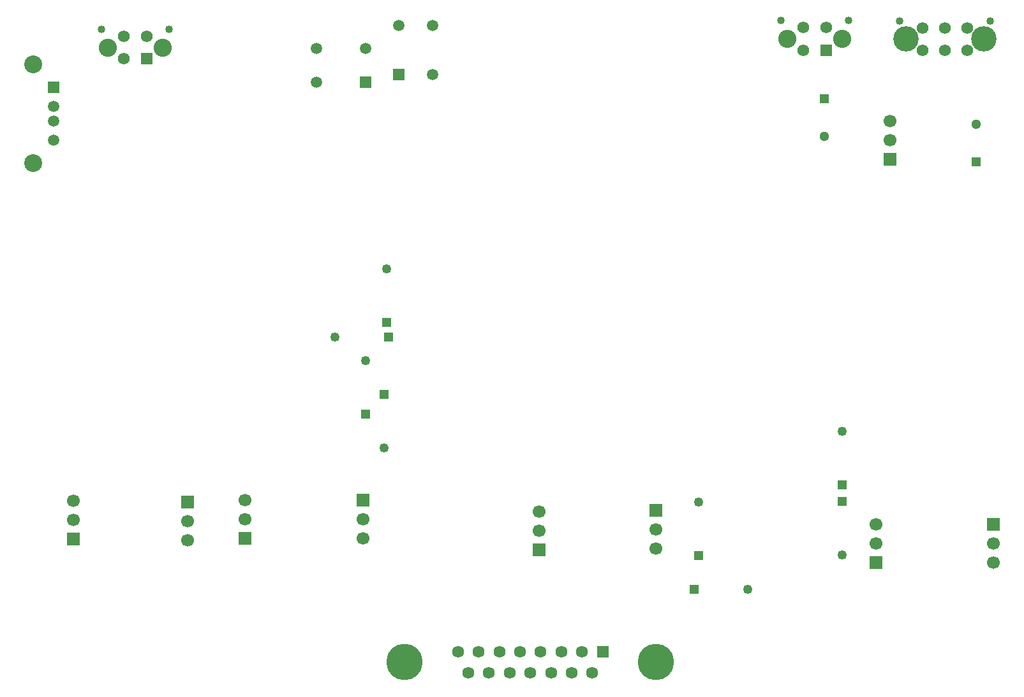
<source format=gbr>
%TF.GenerationSoftware,Altium Limited,Altium Designer,25.3.3 (18)*%
G04 Layer_Color=255*
%FSLAX45Y45*%
%MOMM*%
%TF.SameCoordinates,7852E7E1-4E30-4CDD-8EF1-640B4E54786C*%
%TF.FilePolarity,Positive*%
%TF.FileFunction,Pads,Bot*%
%TF.Part,Single*%
G01*
G75*
%TA.AperFunction,ComponentPad*%
%ADD61R,1.25000X1.25000*%
%ADD62C,1.25000*%
%ADD63C,4.82500*%
%ADD64C,1.59140*%
%ADD65R,1.59140X1.59140*%
%ADD66C,2.38000*%
%ADD67C,1.50800*%
%ADD68R,1.50800X1.50800*%
%ADD69C,1.02000*%
%ADD70C,1.57000*%
%ADD71R,1.57000X1.57000*%
%ADD72C,2.41000*%
%ADD73R,1.70000X1.70000*%
%ADD74C,1.70000*%
%ADD75R,1.50000X1.50000*%
%ADD76C,1.50000*%
%ADD77R,1.50000X1.50000*%
%ADD78R,1.25000X1.25000*%
%ADD79C,3.37300*%
%ADD80R,1.70000X1.70000*%
%ADD81R,1.30000X1.30000*%
%ADD82C,1.30000*%
D61*
X8864000Y6578600D02*
D03*
X12916499Y3225800D02*
D03*
D62*
X8154000Y6578600D02*
D03*
X12979401Y4380900D02*
D03*
X8839200Y7480300D02*
D03*
X8801100Y5106000D02*
D03*
X8559800Y6260500D02*
D03*
X13626500Y3225800D02*
D03*
X14884399Y5321300D02*
D03*
Y3683600D02*
D03*
D63*
X9077960Y2255520D02*
D03*
X12410440D02*
D03*
D64*
X9784080Y2397760D02*
D03*
X10058400D02*
D03*
X10332720D02*
D03*
X10607039D02*
D03*
X10881359D02*
D03*
X11155679D02*
D03*
X11429999D02*
D03*
X9921241Y2113280D02*
D03*
X10195561D02*
D03*
X10469881D02*
D03*
X10744200D02*
D03*
X11018520D02*
D03*
X11292840D02*
D03*
X11567160D02*
D03*
D65*
X11704319Y2397760D02*
D03*
D66*
X4148600Y8887800D02*
D03*
Y10201800D02*
D03*
D67*
X4419600Y9194800D02*
D03*
Y9444800D02*
D03*
Y9644800D02*
D03*
D68*
Y9894800D02*
D03*
D69*
X14068500Y10782600D02*
D03*
X14968500D02*
D03*
X5051500Y10668300D02*
D03*
X5951500D02*
D03*
X16844955Y10780100D02*
D03*
X15644955D02*
D03*
D70*
X14368500Y10688600D02*
D03*
X14668500D02*
D03*
X14368500Y10388600D02*
D03*
X5351500Y10574300D02*
D03*
X5651500D02*
D03*
X5351500Y10274300D02*
D03*
X15944955Y10686100D02*
D03*
X16244955D02*
D03*
X16544955D02*
D03*
X15944955Y10386100D02*
D03*
X16244955D02*
D03*
X16544955D02*
D03*
D71*
X14668500Y10388600D02*
D03*
X5651500Y10274300D02*
D03*
D72*
X14883501Y10538600D02*
D03*
X14153500D02*
D03*
X5866500Y10424300D02*
D03*
X5136500D02*
D03*
D73*
X4683658Y3895042D02*
D03*
X15333891Y3584348D02*
D03*
X6959600Y3898900D02*
D03*
X8520670Y4408916D02*
D03*
X10858500Y3746500D02*
D03*
X12410594Y4275094D02*
D03*
X16890509Y4092348D02*
D03*
X6197255Y4381500D02*
D03*
D74*
X4683658Y4149042D02*
D03*
Y4403042D02*
D03*
X15519400Y9194800D02*
D03*
Y9448800D02*
D03*
X15333891Y3838348D02*
D03*
Y4092348D02*
D03*
X16890509Y3584348D02*
D03*
X12410594Y3767094D02*
D03*
X8520670Y3900916D02*
D03*
X6197255Y3873500D02*
D03*
X6959600Y4152900D02*
D03*
Y4406900D02*
D03*
X8520670Y4154916D02*
D03*
X10858500Y4254500D02*
D03*
Y4000500D02*
D03*
X12410594Y4021094D02*
D03*
X16890509Y3838348D02*
D03*
X6197255Y4127500D02*
D03*
D75*
X8995200Y10063600D02*
D03*
D76*
X9445200D02*
D03*
Y10713600D02*
D03*
X8995200D02*
D03*
X8554600Y10410400D02*
D03*
X7904600D02*
D03*
Y9960400D02*
D03*
D77*
X8554600D02*
D03*
D78*
X12979401Y3670900D02*
D03*
X8839200Y6770300D02*
D03*
X8801100Y5816000D02*
D03*
X8559800Y5550500D02*
D03*
X14884399Y4611300D02*
D03*
Y4393600D02*
D03*
D79*
X16759955Y10536100D02*
D03*
X15729955D02*
D03*
D80*
X15519400Y8940800D02*
D03*
D81*
X16662399Y8906700D02*
D03*
X14643100Y9745600D02*
D03*
D82*
X16662399Y9406700D02*
D03*
X14643100Y9245600D02*
D03*
%TF.MD5,90647380cc46eb2f12d24f2585255a03*%
M02*

</source>
